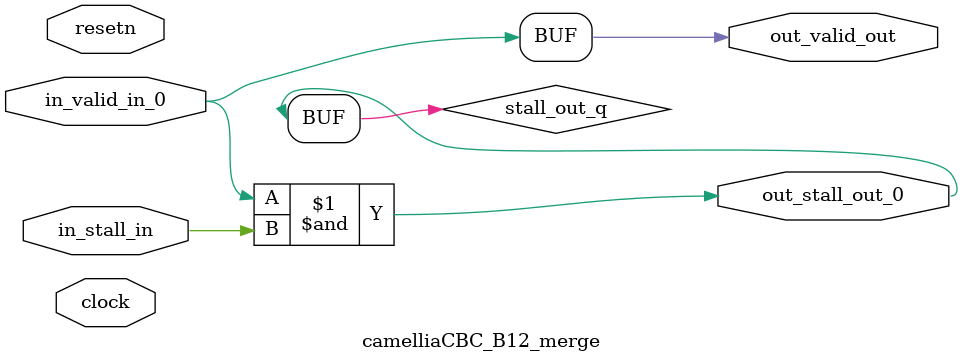
<source format=sv>



(* altera_attribute = "-name AUTO_SHIFT_REGISTER_RECOGNITION OFF; -name MESSAGE_DISABLE 10036; -name MESSAGE_DISABLE 10037; -name MESSAGE_DISABLE 14130; -name MESSAGE_DISABLE 14320; -name MESSAGE_DISABLE 15400; -name MESSAGE_DISABLE 14130; -name MESSAGE_DISABLE 10036; -name MESSAGE_DISABLE 12020; -name MESSAGE_DISABLE 12030; -name MESSAGE_DISABLE 12010; -name MESSAGE_DISABLE 12110; -name MESSAGE_DISABLE 14320; -name MESSAGE_DISABLE 13410; -name MESSAGE_DISABLE 113007; -name MESSAGE_DISABLE 10958" *)
module camelliaCBC_B12_merge (
    input wire [0:0] in_stall_in,
    input wire [0:0] in_valid_in_0,
    output wire [0:0] out_stall_out_0,
    output wire [0:0] out_valid_out,
    input wire clock,
    input wire resetn
    );

    wire [0:0] stall_out_q;


    // stall_out(LOGICAL,6)
    assign stall_out_q = in_valid_in_0 & in_stall_in;

    // out_stall_out_0(GPOUT,4)
    assign out_stall_out_0 = stall_out_q;

    // out_valid_out(GPOUT,5)
    assign out_valid_out = in_valid_in_0;

endmodule

</source>
